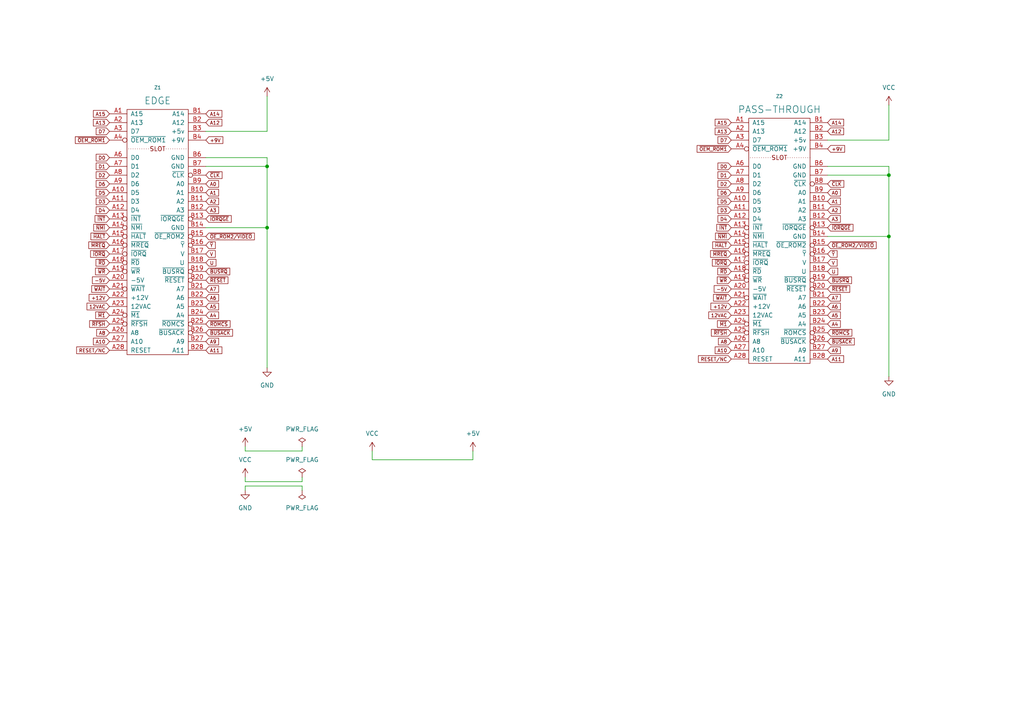
<source format=kicad_sch>
(kicad_sch (version 20231120) (generator "eeschema") (generator_version "8.0")
  (paper "A4")
  (lib_symbols
    (symbol "+5V_1" (power) (pin_numbers hide) (pin_names (offset 0) hide)
      (property "Value" "+5V" (at 0 3.556 0))
      (symbol "+5V_1_0_1"
        (polyline (pts (xy -0.762 1.27) (xy 0 2.54)))
        (polyline (pts (xy 0 0) (xy 0 2.54)))
        (polyline (pts (xy 0 2.54) (xy 0.762 1.27)))
      )
      (symbol "+5V_1_1_1"
        (pin power_in line (at 0 0 90) (length 0) (name "~") (number "1"))
      )
    )
    (symbol "My Symbols_Sinclair:ZX Spectrum, Bus" (pin_names (offset 1.016))
      (property "Reference" "Z" (at 35.56 8.89 90))
      (property "Value" "*** ZX Spectrum, Bus ***" (at -20.955 18.415 0))
      (symbol "ZX Spectrum, Bus_0_1"
        (rectangle (start -36.83 8.89) (end 34.29 -8.89))
      )
      (symbol "ZX Spectrum, Bus_1_1"
        (polyline (pts (xy 22.86 -8.89) (xy 22.86 8.89)) (stroke (width 0) (type dot)))
        (text "SLOT" (at 22.86 0 900) (effects (font (size 1.27 1.27))))
        (pin input line (at 33.02 13.97 270) (length 5.08) (name "A15") (number "A1"))
        (pin input line (at 10.16 13.97 270) (length 5.08) (name "D5") (number "A10"))
        (pin input line (at 7.62 13.97 270) (length 5.08) (name "D3") (number "A11"))
        (pin input line (at 5.08 13.97 270) (length 5.08) (name "D4") (number "A12"))
        (pin input inverted (at 2.54 13.97 270) (length 5.08) (name "~{INT}") (number "A13"))
        (pin input inverted (at 0 13.97 270) (length 5.08) (name "~{NMI}") (number "A14"))
        (pin input inverted (at -2.54 13.97 270) (length 5.08) (name "~{HALT}") (number "A15"))
        (pin input inverted (at -5.08 13.97 270) (length 5.08) (name "~{MREQ}") (number "A16"))
        (pin input inverted (at -7.62 13.97 270) (length 5.08) (name "~{IORQ}") (number "A17"))
        (pin input inverted (at -10.16 13.97 270) (length 5.08) (name "~{RD}") (number "A18"))
        (pin input inverted (at -12.7 13.97 270) (length 5.08) (name "~{WR}") (number "A19"))
        (pin input line (at 30.48 13.97 270) (length 5.08) (name "A13") (number "A2"))
        (pin input line (at -15.24 13.97 270) (length 5.08) (name "-5V") (number "A20"))
        (pin input inverted (at -17.78 13.97 270) (length 5.08) (name "~{WAIT}") (number "A21"))
        (pin input line (at -20.32 13.97 270) (length 5.08) (name "+12V") (number "A22"))
        (pin input line (at -22.86 13.97 270) (length 5.08) (name "12VAC") (number "A23"))
        (pin input inverted (at -25.4 13.97 270) (length 5.08) (name "~{M1}") (number "A24"))
        (pin input inverted (at -27.94 13.97 270) (length 5.08) (name "~{RFSH}") (number "A25"))
        (pin input line (at -30.48 13.97 270) (length 5.08) (name "A8") (number "A26"))
        (pin input line (at -33.02 13.97 270) (length 5.08) (name "A10") (number "A27"))
        (pin input line (at -35.56 13.97 270) (length 5.08) (name "RESET") (number "A28"))
        (pin input line (at 27.94 13.97 270) (length 5.08) (name "D7") (number "A3"))
        (pin input inverted (at 25.4 13.97 270) (length 5.08) (name "~{OEM_ROM1}") (number "A4"))
        (pin input line (at 20.32 13.97 270) (length 5.08) (name "D0") (number "A6"))
        (pin input line (at 17.78 13.97 270) (length 5.08) (name "D1") (number "A7"))
        (pin input line (at 15.24 13.97 270) (length 5.08) (name "D2") (number "A8"))
        (pin input line (at 12.7 13.97 270) (length 5.08) (name "D6") (number "A9"))
        (pin input line (at 33.02 -13.97 90) (length 5.08) (name "A14") (number "B1"))
        (pin input line (at 10.16 -13.97 90) (length 5.08) (name "A1") (number "B10"))
        (pin input line (at 7.62 -13.97 90) (length 5.08) (name "A2") (number "B11"))
        (pin input line (at 5.08 -13.97 90) (length 5.08) (name "A3") (number "B12"))
        (pin output inverted (at 2.54 -13.97 90) (length 5.08) (name "~{IORQGE}") (number "B13"))
        (pin input line (at 0 -13.97 90) (length 5.08) (name "GND") (number "B14"))
        (pin input inverted (at -2.54 -13.97 90) (length 5.08) (name "~{OE_ROM2}") (number "B15"))
        (pin input inverted (at -5.08 -13.97 90) (length 5.08) (name "~{Y}") (number "B16"))
        (pin input line (at -7.62 -13.97 90) (length 5.08) (name "V") (number "B17"))
        (pin input line (at -10.16 -13.97 90) (length 5.08) (name "U") (number "B18"))
        (pin input inverted (at -12.7 -13.97 90) (length 5.08) (name "~{BUSRQ}") (number "B19"))
        (pin input line (at 30.48 -13.97 90) (length 5.08) (name "A12") (number "B2"))
        (pin input inverted (at -15.24 -13.97 90) (length 5.08) (name "~{RESET}") (number "B20"))
        (pin input line (at -17.78 -13.97 90) (length 5.08) (name "A7") (number "B21"))
        (pin input line (at -20.32 -13.97 90) (length 5.08) (name "A6") (number "B22"))
        (pin input line (at -22.86 -13.97 90) (length 5.08) (name "A5") (number "B23"))
        (pin input line (at -25.4 -13.97 90) (length 5.08) (name "A4") (number "B24"))
        (pin input inverted (at -27.94 -13.97 90) (length 5.08) (name "~{ROMCS}") (number "B25"))
        (pin input inverted (at -30.48 -13.97 90) (length 5.08) (name "~{BUSACK}") (number "B26"))
        (pin input line (at -33.02 -13.97 90) (length 5.08) (name "A9") (number "B27"))
        (pin input line (at -35.56 -13.97 90) (length 5.08) (name "A11") (number "B28"))
        (pin input line (at 27.94 -13.97 90) (length 5.08) (name "+5v") (number "B3"))
        (pin input line (at 25.4 -13.97 90) (length 5.08) (name "+9V") (number "B4"))
        (pin input line (at 20.32 -13.97 90) (length 5.08) (name "GND") (number "B6"))
        (pin input line (at 17.78 -13.97 90) (length 5.08) (name "GND") (number "B7"))
        (pin input inverted (at 15.24 -13.97 90) (length 5.08) (name "~{CLK}") (number "B8"))
        (pin input line (at 12.7 -13.97 90) (length 5.08) (name "A0") (number "B9"))
      )
    )
    (symbol "VCC_1" (power) (pin_numbers hide) (pin_names (offset 0) hide)
      (property "Value" "VCC" (at 0 3.556 0))
      (symbol "VCC_1_0_1"
        (polyline (pts (xy -0.762 1.27) (xy 0 2.54)))
        (polyline (pts (xy 0 0) (xy 0 2.54)))
        (polyline (pts (xy 0 2.54) (xy 0.762 1.27)))
      )
      (symbol "VCC_1_1_1"
        (pin power_in line (at 0 0 90) (length 0) (name "~") (number "1"))
      )
    )
    (symbol "VCC_2" (power) (pin_numbers hide) (pin_names (offset 0) hide)
      (property "Value" "VCC" (at 0 3.556 0))
      (symbol "VCC_2_0_1"
        (polyline (pts (xy -0.762 1.27) (xy 0 2.54)))
        (polyline (pts (xy 0 0) (xy 0 2.54)))
        (polyline (pts (xy 0 2.54) (xy 0.762 1.27)))
      )
      (symbol "VCC_2_1_1"
        (pin power_in line (at 0 0 90) (length 0) (name "~") (number "1"))
      )
    )
    (symbol "power:+5V" (power) (pin_names (offset 0))
      (property "Value" "+5V" (at 0 3.556 0))
      (symbol "+5V_0_1"
        (polyline (pts (xy -0.762 1.27) (xy 0 2.54)))
        (polyline (pts (xy 0 0) (xy 0 2.54)))
        (polyline (pts (xy 0 2.54) (xy 0.762 1.27)))
      )
      (symbol "+5V_1_1"
        (pin power_in line (at 0 0 90) (length 0) hide (name "+5V") (number "1"))
      )
    )
    (symbol "power:GND" (power) (pin_numbers hide) (pin_names (offset 0) hide)
      (property "Value" "GND" (at 0 -3.81 0))
      (symbol "GND_0_1"
        (polyline (pts (xy 0 0) (xy 0 -1.27) (xy 1.27 -1.27) (xy 0 -2.54) (xy -1.27 -1.27) (xy 0 -1.27)))
      )
      (symbol "GND_1_1"
        (pin power_in line (at 0 0 270) (length 0) (name "~") (number "1"))
      )
    )
    (symbol "power:PWR_FLAG" (power) (pin_numbers hide) (pin_names (offset 0) hide)
      (property "Value" "PWR_FLAG" (at 0 3.81 0))
      (symbol "PWR_FLAG_0_0"
        (pin power_out line (at 0 0 90) (length 0) (name "pwr") (number "1"))
      )
      (symbol "PWR_FLAG_0_1"
        (polyline (pts (xy 0 0) (xy 0 1.27) (xy -1.016 1.905) (xy 0 2.54) (xy 1.016 1.905) (xy 0 1.27)))
      )
    )
    (symbol "power:VCC" (power) (pin_names (offset 0))
      (property "Value" "VCC" (at 0 3.81 0))
      (symbol "VCC_0_1"
        (polyline (pts (xy -0.762 1.27) (xy 0 2.54)))
        (polyline (pts (xy 0 0) (xy 0 2.54)))
        (polyline (pts (xy 0 2.54) (xy 0.762 1.27)))
      )
      (symbol "VCC_1_1"
        (pin power_in line (at 0 0 90) (length 0) hide (name "VCC") (number "1"))
      )
    )
  )
  (junction (at 77.47 48.26))
  (junction (at 77.47 66.04))
  (junction (at 257.81 50.8))
  (junction (at 257.81 68.58))
  (wire (pts (xy 71.12 139.7) (xy 71.12 138.43)))
  (wire (pts (xy 77.47 38.1) (xy 77.47 27.94)))
  (wire (pts (xy 257.81 50.8) (xy 257.81 68.58)))
  (wire (pts (xy 59.69 48.26) (xy 77.47 48.26)))
  (wire (pts (xy 137.16 130.81) (xy 137.16 133.35)))
  (wire (pts (xy 59.69 38.1) (xy 77.47 38.1)))
  (wire (pts (xy 240.03 68.58) (xy 257.81 68.58)))
  (wire (pts (xy 71.12 130.81) (xy 71.12 129.54)))
  (wire (pts (xy 87.63 139.7) (xy 71.12 139.7)))
  (wire (pts (xy 77.47 45.72) (xy 77.47 48.26)))
  (wire (pts (xy 87.63 129.54) (xy 87.63 130.81)))
  (wire (pts (xy 107.95 130.81) (xy 107.95 133.35)))
  (wire (pts (xy 87.63 140.97) (xy 71.12 140.97)))
  (wire (pts (xy 257.81 48.26) (xy 257.81 50.8)))
  (wire (pts (xy 71.12 140.97) (xy 71.12 142.24)))
  (wire (pts (xy 77.47 66.04) (xy 77.47 106.68)))
  (wire (pts (xy 59.69 45.72) (xy 77.47 45.72)))
  (wire (pts (xy 240.03 50.8) (xy 257.81 50.8)))
  (wire (pts (xy 240.03 40.64) (xy 257.81 40.64)))
  (wire (pts (xy 77.47 48.26) (xy 77.47 66.04)))
  (wire (pts (xy 240.03 48.26) (xy 257.81 48.26)))
  (wire (pts (xy 59.69 66.04) (xy 77.47 66.04)))
  (wire (pts (xy 257.81 40.64) (xy 257.81 30.48)))
  (wire (pts (xy 87.63 138.43) (xy 87.63 139.7)))
  (wire (pts (xy 87.63 130.81) (xy 71.12 130.81)))
  (wire (pts (xy 107.95 133.35) (xy 137.16 133.35)))
  (wire (pts (xy 257.81 68.58) (xy 257.81 109.22)))
  (wire (pts (xy 87.63 142.24) (xy 87.63 140.97)))
  (global_label "~{RFSH}" (shape input) (at 212.09 96.52 180) (effects (font (size 1 1))) (property "Intersheetrefs" "${INTERSHEET_REFS}" (effects (hide yes))))
  (global_label "D0" (shape input) (at 31.75 45.72 180) (effects (font (size 1 1))) (property "Intersheetrefs" "${INTERSHEET_REFS}" (effects (hide yes))))
  (global_label "D3" (shape input) (at 31.75 58.42 180) (effects (font (size 1 1))) (property "Intersheetrefs" "${INTERSHEET_REFS}" (effects (hide yes))))
  (global_label "D4" (shape input) (at 31.75 60.96 180) (effects (font (size 1 1))) (property "Intersheetrefs" "${INTERSHEET_REFS}" (effects (hide yes))))
  (global_label "A5" (shape input) (at 240.03 91.44 0) (effects (font (size 1 1))) (property "Intersheetrefs" "${INTERSHEET_REFS}" (effects (hide yes))))
  (global_label "-5V" (shape input) (at 212.09 83.82 180) (effects (font (size 1 1))) (property "Intersheetrefs" "${INTERSHEET_REFS}" (effects (hide yes))))
  (global_label "D7" (shape input) (at 31.75 38.1 180) (effects (font (size 1 1))) (property "Intersheetrefs" "${INTERSHEET_REFS}" (effects (hide yes))))
  (global_label "~{INT}" (shape input) (at 31.75 63.5 180) (effects (font (size 1 1))) (property "Intersheetrefs" "${INTERSHEET_REFS}" (effects (hide yes))))
  (global_label "~{INT}" (shape input) (at 212.09 66.04 180) (effects (font (size 1 1))) (property "Intersheetrefs" "${INTERSHEET_REFS}" (effects (hide yes))))
  (global_label "~{ROMCS}" (shape input) (at 240.03 96.52 0) (effects (font (size 1 1))) (property "Intersheetrefs" "${INTERSHEET_REFS}" (effects (hide yes))))
  (global_label "A9" (shape input) (at 59.69 99.06 0) (effects (font (size 1 1))) (property "Intersheetrefs" "${INTERSHEET_REFS}" (effects (hide yes))))
  (global_label "D2" (shape input) (at 31.75 50.8 180) (effects (font (size 1 1))) (property "Intersheetrefs" "${INTERSHEET_REFS}" (effects (hide yes))))
  (global_label "D6" (shape input) (at 31.75 53.34 180) (effects (font (size 1 1))) (property "Intersheetrefs" "${INTERSHEET_REFS}" (effects (hide yes))))
  (global_label "V" (shape input) (at 59.69 73.66 0) (effects (font (size 1 1))) (property "Intersheetrefs" "${INTERSHEET_REFS}" (effects (hide yes))))
  (global_label "A15" (shape input) (at 31.75 33.02 180) (effects (font (size 1 1))) (property "Intersheetrefs" "${INTERSHEET_REFS}" (effects (hide yes))))
  (global_label "~{OEM_ROM1}" (shape input) (at 31.75 40.64 180) (effects (font (size 1 1))) (property "Intersheetrefs" "${INTERSHEET_REFS}" (effects (hide yes))))
  (global_label "A10" (shape input) (at 212.09 101.6 180) (effects (font (size 1 1))) (property "Intersheetrefs" "${INTERSHEET_REFS}" (effects (hide yes))))
  (global_label "~{RESET}" (shape input) (at 59.69 81.28 0) (effects (font (size 1 1))) (property "Intersheetrefs" "${INTERSHEET_REFS}" (effects (hide yes))))
  (global_label "D5" (shape input) (at 212.09 58.42 180) (effects (font (size 1 1))) (property "Intersheetrefs" "${INTERSHEET_REFS}" (effects (hide yes))))
  (global_label "~{OEM_ROM1}" (shape input) (at 212.09 43.18 180) (effects (font (size 1 1))) (property "Intersheetrefs" "${INTERSHEET_REFS}" (effects (hide yes))))
  (global_label "D4" (shape input) (at 212.09 63.5 180) (effects (font (size 1 1))) (property "Intersheetrefs" "${INTERSHEET_REFS}" (effects (hide yes))))
  (global_label "U" (shape input) (at 59.69 76.2 0) (effects (font (size 1 1))) (property "Intersheetrefs" "${INTERSHEET_REFS}" (effects (hide yes))))
  (global_label "~{WR}" (shape input) (at 31.75 78.74 180) (effects (font (size 1 1))) (property "Intersheetrefs" "${INTERSHEET_REFS}" (effects (hide yes))))
  (global_label "+12V" (shape input) (at 31.75 86.36 180) (effects (font (size 1 1))) (property "Intersheetrefs" "${INTERSHEET_REFS}" (effects (hide yes))))
  (global_label "A4" (shape input) (at 240.03 93.98 0) (effects (font (size 1 1))) (property "Intersheetrefs" "${INTERSHEET_REFS}" (effects (hide yes))))
  (global_label "D3" (shape input) (at 212.09 60.96 180) (effects (font (size 1 1))) (property "Intersheetrefs" "${INTERSHEET_REFS}" (effects (hide yes))))
  (global_label "~{Y}" (shape input) (at 59.69 71.12 0) (effects (font (size 1 1))) (property "Intersheetrefs" "${INTERSHEET_REFS}" (effects (hide yes))))
  (global_label "A3" (shape input) (at 59.69 60.96 0) (effects (font (size 1 1))) (property "Intersheetrefs" "${INTERSHEET_REFS}" (effects (hide yes))))
  (global_label "~{M1}" (shape input) (at 31.75 91.44 180) (effects (font (size 1 1))) (property "Intersheetrefs" "${INTERSHEET_REFS}" (effects (hide yes))))
  (global_label "D5" (shape input) (at 31.75 55.88 180) (effects (font (size 1 1))) (property "Intersheetrefs" "${INTERSHEET_REFS}" (effects (hide yes))))
  (global_label "A12" (shape input) (at 59.69 35.56 0) (effects (font (size 1 1))) (property "Intersheetrefs" "${INTERSHEET_REFS}" (effects (hide yes))))
  (global_label "~{HALT}" (shape input) (at 212.09 71.12 180) (effects (font (size 1 1))) (property "Intersheetrefs" "${INTERSHEET_REFS}" (effects (hide yes))))
  (global_label "A0" (shape input) (at 59.69 53.34 0) (effects (font (size 1 1))) (property "Intersheetrefs" "${INTERSHEET_REFS}" (effects (hide yes))))
  (global_label "~{BUSACK}" (shape input) (at 240.03 99.06 0) (effects (font (size 1 1))) (property "Intersheetrefs" "${INTERSHEET_REFS}" (effects (hide yes))))
  (global_label "12VAC" (shape input) (at 31.75 88.9 180) (effects (font (size 1 1))) (property "Intersheetrefs" "${INTERSHEET_REFS}" (effects (hide yes))))
  (global_label "~{MREQ}" (shape input) (at 31.75 71.12 180) (effects (font (size 1 1))) (property "Intersheetrefs" "${INTERSHEET_REFS}" (effects (hide yes))))
  (global_label "A6" (shape input) (at 240.03 88.9 0) (effects (font (size 1 1))) (property "Intersheetrefs" "${INTERSHEET_REFS}" (effects (hide yes))))
  (global_label "A4" (shape input) (at 59.69 91.44 0) (effects (font (size 1 1))) (property "Intersheetrefs" "${INTERSHEET_REFS}" (effects (hide yes))))
  (global_label "U" (shape input) (at 240.03 78.74 0) (effects (font (size 1 1))) (property "Intersheetrefs" "${INTERSHEET_REFS}" (effects (hide yes))))
  (global_label "RESET{slash}NC" (shape input) (at 212.09 104.14 180) (effects (font (size 1 1))) (property "Intersheetrefs" "${INTERSHEET_REFS}" (effects (hide yes))))
  (global_label "~{RD}" (shape input) (at 31.75 76.2 180) (effects (font (size 1 1))) (property "Intersheetrefs" "${INTERSHEET_REFS}" (effects (hide yes))))
  (global_label "A3" (shape input) (at 240.03 63.5 0) (effects (font (size 1 1))) (property "Intersheetrefs" "${INTERSHEET_REFS}" (effects (hide yes))))
  (global_label "A9" (shape input) (at 240.03 101.6 0) (effects (font (size 1 1))) (property "Intersheetrefs" "${INTERSHEET_REFS}" (effects (hide yes))))
  (global_label "A11" (shape input) (at 59.69 101.6 0) (effects (font (size 1 1))) (property "Intersheetrefs" "${INTERSHEET_REFS}" (effects (hide yes))))
  (global_label "~{NMI}" (shape input) (at 212.09 68.58 180) (effects (font (size 1 1))) (property "Intersheetrefs" "${INTERSHEET_REFS}" (effects (hide yes))))
  (global_label "A8" (shape input) (at 31.75 96.52 180) (effects (font (size 1 1))) (property "Intersheetrefs" "${INTERSHEET_REFS}" (effects (hide yes))))
  (global_label "A10" (shape input) (at 31.75 99.06 180) (effects (font (size 1 1))) (property "Intersheetrefs" "${INTERSHEET_REFS}" (effects (hide yes))))
  (global_label "~{CLK}" (shape input) (at 59.69 50.8 0) (effects (font (size 1 1))) (property "Intersheetrefs" "${INTERSHEET_REFS}" (effects (hide yes))))
  (global_label "A6" (shape input) (at 59.69 86.36 0) (effects (font (size 1 1))) (property "Intersheetrefs" "${INTERSHEET_REFS}" (effects (hide yes))))
  (global_label "A2" (shape input) (at 59.69 58.42 0) (effects (font (size 1 1))) (property "Intersheetrefs" "${INTERSHEET_REFS}" (effects (hide yes))))
  (global_label "A5" (shape input) (at 59.69 88.9 0) (effects (font (size 1 1))) (property "Intersheetrefs" "${INTERSHEET_REFS}" (effects (hide yes))))
  (global_label "~{WAIT}" (shape input) (at 31.75 83.82 180) (effects (font (size 1 1))) (property "Intersheetrefs" "${INTERSHEET_REFS}" (effects (hide yes))))
  (global_label "A13" (shape input) (at 212.09 38.1 180) (effects (font (size 1 1))) (property "Intersheetrefs" "${INTERSHEET_REFS}" (effects (hide yes))))
  (global_label "+9V" (shape input) (at 240.03 43.18 0) (effects (font (size 1 1))) (property "Intersheetrefs" "${INTERSHEET_REFS}" (effects (hide yes))))
  (global_label "~{HALT}" (shape input) (at 31.75 68.58 180) (effects (font (size 1 1))) (property "Intersheetrefs" "${INTERSHEET_REFS}" (effects (hide yes))))
  (global_label "D7" (shape input) (at 212.09 40.64 180) (effects (font (size 1 1))) (property "Intersheetrefs" "${INTERSHEET_REFS}" (effects (hide yes))))
  (global_label "~{IORQ}" (shape input) (at 31.75 73.66 180) (effects (font (size 1 1))) (property "Intersheetrefs" "${INTERSHEET_REFS}" (effects (hide yes))))
  (global_label "~{BUSRQ}" (shape input) (at 59.69 78.74 0) (effects (font (size 1 1))) (property "Intersheetrefs" "${INTERSHEET_REFS}" (effects (hide yes))))
  (global_label "V" (shape input) (at 240.03 76.2 0) (effects (font (size 1 1))) (property "Intersheetrefs" "${INTERSHEET_REFS}" (effects (hide yes))))
  (global_label "~{OE_ROM2{slash}VIDEO}" (shape input) (at 240.03 71.12 0) (effects (font (size 1 1))) (property "Intersheetrefs" "${INTERSHEET_REFS}" (effects (hide yes))))
  (global_label "~{M1}" (shape input) (at 212.09 93.98 180) (effects (font (size 1 1))) (property "Intersheetrefs" "${INTERSHEET_REFS}" (effects (hide yes))))
  (global_label "A11" (shape input) (at 240.03 104.14 0) (effects (font (size 1 1))) (property "Intersheetrefs" "${INTERSHEET_REFS}" (effects (hide yes))))
  (global_label "A1" (shape input) (at 240.03 58.42 0) (effects (font (size 1 1))) (property "Intersheetrefs" "${INTERSHEET_REFS}" (effects (hide yes))))
  (global_label "~{Y}" (shape input) (at 240.03 73.66 0) (effects (font (size 1 1))) (property "Intersheetrefs" "${INTERSHEET_REFS}" (effects (hide yes))))
  (global_label "-5V" (shape input) (at 31.75 81.28 180) (effects (font (size 1 1))) (property "Intersheetrefs" "${INTERSHEET_REFS}" (effects (hide yes))))
  (global_label "D2" (shape input) (at 212.09 53.34 180) (effects (font (size 1 1))) (property "Intersheetrefs" "${INTERSHEET_REFS}" (effects (hide yes))))
  (global_label "12VAC" (shape input) (at 212.09 91.44 180) (effects (font (size 1 1))) (property "Intersheetrefs" "${INTERSHEET_REFS}" (effects (hide yes))))
  (global_label "~{ROMCS}" (shape input) (at 59.69 93.98 0) (effects (font (size 1 1))) (property "Intersheetrefs" "${INTERSHEET_REFS}" (effects (hide yes))))
  (global_label "A13" (shape input) (at 31.75 35.56 180) (effects (font (size 1 1))) (property "Intersheetrefs" "${INTERSHEET_REFS}" (effects (hide yes))))
  (global_label "A2" (shape input) (at 240.03 60.96 0) (effects (font (size 1 1))) (property "Intersheetrefs" "${INTERSHEET_REFS}" (effects (hide yes))))
  (global_label "A8" (shape input) (at 212.09 99.06 180) (effects (font (size 1 1))) (property "Intersheetrefs" "${INTERSHEET_REFS}" (effects (hide yes))))
  (global_label "~{BUSRQ}" (shape input) (at 240.03 81.28 0) (effects (font (size 1 1))) (property "Intersheetrefs" "${INTERSHEET_REFS}" (effects (hide yes))))
  (global_label "D0" (shape input) (at 212.09 48.26 180) (effects (font (size 1 1))) (property "Intersheetrefs" "${INTERSHEET_REFS}" (effects (hide yes))))
  (global_label "A7" (shape input) (at 59.69 83.82 0) (effects (font (size 1 1))) (property "Intersheetrefs" "${INTERSHEET_REFS}" (effects (hide yes))))
  (global_label "~{IORQGE}" (shape input) (at 59.69 63.5 0) (effects (font (size 1 1))) (property "Intersheetrefs" "${INTERSHEET_REFS}" (effects (hide yes))))
  (global_label "~{MREQ}" (shape input) (at 212.09 73.66 180) (effects (font (size 1 1))) (property "Intersheetrefs" "${INTERSHEET_REFS}" (effects (hide yes))))
  (global_label "A14" (shape input) (at 240.03 35.56 0) (effects (font (size 1 1))) (property "Intersheetrefs" "${INTERSHEET_REFS}" (effects (hide yes))))
  (global_label "A7" (shape input) (at 240.03 86.36 0) (effects (font (size 1 1))) (property "Intersheetrefs" "${INTERSHEET_REFS}" (effects (hide yes))))
  (global_label "D1" (shape input) (at 31.75 48.26 180) (effects (font (size 1 1))) (property "Intersheetrefs" "${INTERSHEET_REFS}" (effects (hide yes))))
  (global_label "~{CLK}" (shape input) (at 240.03 53.34 0) (effects (font (size 1 1))) (property "Intersheetrefs" "${INTERSHEET_REFS}" (effects (hide yes))))
  (global_label "A0" (shape input) (at 240.03 55.88 0) (effects (font (size 1 1))) (property "Intersheetrefs" "${INTERSHEET_REFS}" (effects (hide yes))))
  (global_label "~{RESET}" (shape input) (at 240.03 83.82 0) (effects (font (size 1 1))) (property "Intersheetrefs" "${INTERSHEET_REFS}" (effects (hide yes))))
  (global_label "D6" (shape input) (at 212.09 55.88 180) (effects (font (size 1 1))) (property "Intersheetrefs" "${INTERSHEET_REFS}" (effects (hide yes))))
  (global_label "A15" (shape input) (at 212.09 35.56 180) (effects (font (size 1 1))) (property "Intersheetrefs" "${INTERSHEET_REFS}" (effects (hide yes))))
  (global_label "+9V" (shape input) (at 59.69 40.64 0) (effects (font (size 1 1))) (property "Intersheetrefs" "${INTERSHEET_REFS}" (effects (hide yes))))
  (global_label "+12V" (shape input) (at 212.09 88.9 180) (effects (font (size 1 1))) (property "Intersheetrefs" "${INTERSHEET_REFS}" (effects (hide yes))))
  (global_label "A12" (shape input) (at 240.03 38.1 0) (effects (font (size 1 1))) (property "Intersheetrefs" "${INTERSHEET_REFS}" (effects (hide yes))))
  (global_label "~{RD}" (shape input) (at 212.09 78.74 180) (effects (font (size 1 1))) (property "Intersheetrefs" "${INTERSHEET_REFS}" (effects (hide yes))))
  (global_label "~{BUSACK}" (shape input) (at 59.69 96.52 0) (effects (font (size 1 1))) (property "Intersheetrefs" "${INTERSHEET_REFS}" (effects (hide yes))))
  (global_label "~{IORQGE}" (shape input) (at 240.03 66.04 0) (effects (font (size 1 1))) (property "Intersheetrefs" "${INTERSHEET_REFS}" (effects (hide yes))))
  (global_label "D1" (shape input) (at 212.09 50.8 180) (effects (font (size 1 1))) (property "Intersheetrefs" "${INTERSHEET_REFS}" (effects (hide yes))))
  (global_label "~{OE_ROM2{slash}VIDEO}" (shape input) (at 59.69 68.58 0) (effects (font (size 1 1))) (property "Intersheetrefs" "${INTERSHEET_REFS}" (effects (hide yes))))
  (global_label "RESET{slash}NC" (shape input) (at 31.75 101.6 180) (effects (font (size 1 1))) (property "Intersheetrefs" "${INTERSHEET_REFS}" (effects (hide yes))))
  (global_label "~{NMI}" (shape input) (at 31.75 66.04 180) (effects (font (size 1 1))) (property "Intersheetrefs" "${INTERSHEET_REFS}" (effects (hide yes))))
  (global_label "~{IORQ}" (shape input) (at 212.09 76.2 180) (effects (font (size 1 1))) (property "Intersheetrefs" "${INTERSHEET_REFS}" (effects (hide yes))))
  (global_label "~{WAIT}" (shape input) (at 212.09 86.36 180) (effects (font (size 1 1))) (property "Intersheetrefs" "${INTERSHEET_REFS}" (effects (hide yes))))
  (global_label "~{WR}" (shape input) (at 212.09 81.28 180) (effects (font (size 1 1))) (property "Intersheetrefs" "${INTERSHEET_REFS}" (effects (hide yes))))
  (global_label "A14" (shape input) (at 59.69 33.02 0) (effects (font (size 1 1))) (property "Intersheetrefs" "${INTERSHEET_REFS}" (effects (hide yes))))
  (global_label "~{RFSH}" (shape input) (at 31.75 93.98 180) (effects (font (size 1 1))) (property "Intersheetrefs" "${INTERSHEET_REFS}" (effects (hide yes))))
  (global_label "A1" (shape input) (at 59.69 55.88 0) (effects (font (size 1 1))) (property "Intersheetrefs" "${INTERSHEET_REFS}" (effects (hide yes))))
  (symbol (lib_name "+5V_1") (lib_id "power:+5V") (at 137.16 130.81 0) (unit 1)
    (property "Reference" "#PWR016" (effects (hide yes)))
    (property "Value" "+5V" (at 137.16 125.73 0))
    (property "Description" "Power symbol creates a global label with name \"+5V\"" (effects (hide yes)))
  )
  (symbol (lib_id "power:+5V") (at 77.47 27.94 0) (unit 1)
    (property "Reference" "#PWR01" (effects (hide yes)))
    (property "Value" "+5V" (at 77.47 22.86 0))
  )
  (symbol (lib_id "power:PWR_FLAG") (at 87.63 142.24 0) (mirror x) (unit 1)
    (property "Reference" "#FLG04" (effects (hide yes)))
    (property "Value" "PWR_FLAG" (at 87.63 147.32 0))
  )
  (symbol (lib_id "My Symbols_Sinclair:ZX Spectrum, Bus") (at 45.72 66.04 90) (unit 1)
    (property "Reference" "Z1" (at 45.72 25.4 90) (effects (font (size 0.9906 0.9906))))
    (property "Value" "EDGE" (at 45.72 29.21 90) (effects (font (size 2 2))))
    (property "Footprint" "My Footprint Library, Sinclair:ZX Bus, Edge" (effects (hide yes)))
  )
  (symbol (lib_id "My Symbols_Sinclair:ZX Spectrum, Bus") (at 226.06 68.58 90) (unit 1)
    (property "Reference" "Z2" (at 226.06 27.94 90) (effects (font (size 0.9906 0.9906))))
    (property "Value" "PASS-THROUGH" (at 226.06 31.75 90) (effects (font (size 2 2))))
    (property "Footprint" "My Footprint Library, Sinclair:ZX Bus, Edge Pass-T" (effects (hide yes)))
  )
  (symbol (lib_id "power:PWR_FLAG") (at 87.63 138.43 0) (unit 1)
    (property "Reference" "#FLG03" (effects (hide yes)))
    (property "Value" "PWR_FLAG" (at 87.63 133.35 0))
  )
  (symbol (lib_id "power:GND") (at 257.81 109.22 0) (unit 1)
    (property "Reference" "#PWR06" (effects (hide yes)))
    (property "Value" "GND" (at 257.81 114.3 0))
    (property "Description" "Power symbol creates a global label with name \"GND\" , ground" (effects (hide yes)))
  )
  (symbol (lib_id "power:PWR_FLAG") (at 87.63 129.54 0) (unit 1)
    (property "Reference" "#FLG02" (effects (hide yes)))
    (property "Value" "PWR_FLAG" (at 87.63 124.46 0))
  )
  (symbol (lib_id "power:+5V") (at 71.12 129.54 0) (unit 1)
    (property "Reference" "#PWR010" (effects (hide yes)))
    (property "Value" "+5V" (at 71.12 124.46 0))
  )
  (symbol (lib_name "VCC_1") (lib_id "power:VCC") (at 257.81 30.48 0) (unit 1)
    (property "Reference" "#PWR05" (effects (hide yes)))
    (property "Value" "VCC" (at 257.81 25.4 0))
    (property "Description" "Power symbol creates a global label with name \"VCC\"" (effects (hide yes)))
  )
  (symbol (lib_name "VCC_2") (lib_id "power:VCC") (at 107.95 130.81 0) (unit 1)
    (property "Reference" "#PWR015" (effects (hide yes)))
    (property "Value" "VCC" (at 107.95 125.73 0))
    (property "Description" "Power symbol creates a global label with name \"VCC\"" (effects (hide yes)))
  )
  (symbol (lib_id "power:GND") (at 77.47 106.68 0) (unit 1)
    (property "Reference" "#PWR014" (effects (hide yes)))
    (property "Value" "GND" (at 77.47 111.76 0))
    (property "Description" "Power symbol creates a global label with name \"GND\" , ground" (effects (hide yes)))
  )
  (symbol (lib_id "power:VCC") (at 71.12 138.43 0) (unit 1)
    (property "Reference" "#PWR011" (effects (hide yes)))
    (property "Value" "VCC" (at 71.12 133.35 0))
  )
  (symbol (lib_id "power:GND") (at 71.12 142.24 0) (unit 1)
    (property "Reference" "#PWR09" (effects (hide yes)))
    (property "Value" "GND" (at 71.12 147.32 0))
    (property "Description" "Power symbol creates a global label with name \"GND\" , ground" (effects (hide yes)))
  )
)
</source>
